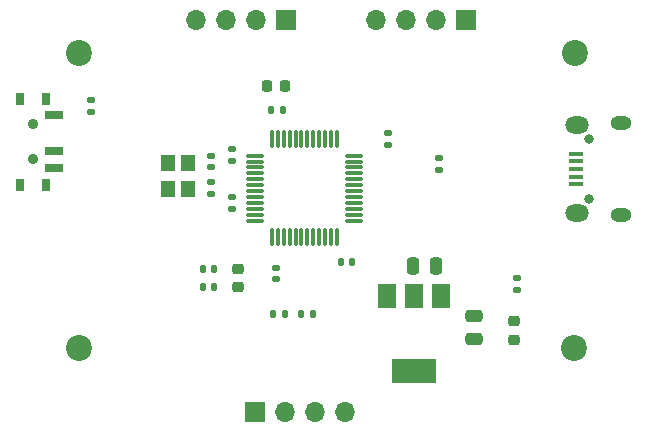
<source format=gbr>
%TF.GenerationSoftware,KiCad,Pcbnew,7.0.10*%
%TF.CreationDate,2024-01-08T00:56:05+00:00*%
%TF.ProjectId,green_storm,67726565-6e5f-4737-946f-726d2e6b6963,0.1*%
%TF.SameCoordinates,Original*%
%TF.FileFunction,Soldermask,Top*%
%TF.FilePolarity,Negative*%
%FSLAX46Y46*%
G04 Gerber Fmt 4.6, Leading zero omitted, Abs format (unit mm)*
G04 Created by KiCad (PCBNEW 7.0.10) date 2024-01-08 00:56:05*
%MOMM*%
%LPD*%
G01*
G04 APERTURE LIST*
G04 Aperture macros list*
%AMRoundRect*
0 Rectangle with rounded corners*
0 $1 Rounding radius*
0 $2 $3 $4 $5 $6 $7 $8 $9 X,Y pos of 4 corners*
0 Add a 4 corners polygon primitive as box body*
4,1,4,$2,$3,$4,$5,$6,$7,$8,$9,$2,$3,0*
0 Add four circle primitives for the rounded corners*
1,1,$1+$1,$2,$3*
1,1,$1+$1,$4,$5*
1,1,$1+$1,$6,$7*
1,1,$1+$1,$8,$9*
0 Add four rect primitives between the rounded corners*
20,1,$1+$1,$2,$3,$4,$5,0*
20,1,$1+$1,$4,$5,$6,$7,0*
20,1,$1+$1,$6,$7,$8,$9,0*
20,1,$1+$1,$8,$9,$2,$3,0*%
G04 Aperture macros list end*
%ADD10R,1.700000X1.700000*%
%ADD11O,1.700000X1.700000*%
%ADD12RoundRect,0.140000X-0.170000X0.140000X-0.170000X-0.140000X0.170000X-0.140000X0.170000X0.140000X0*%
%ADD13RoundRect,0.140000X0.170000X-0.140000X0.170000X0.140000X-0.170000X0.140000X-0.170000X-0.140000X0*%
%ADD14RoundRect,0.218750X-0.256250X0.218750X-0.256250X-0.218750X0.256250X-0.218750X0.256250X0.218750X0*%
%ADD15RoundRect,0.250000X0.475000X-0.250000X0.475000X0.250000X-0.475000X0.250000X-0.475000X-0.250000X0*%
%ADD16RoundRect,0.135000X-0.185000X0.135000X-0.185000X-0.135000X0.185000X-0.135000X0.185000X0.135000X0*%
%ADD17RoundRect,0.140000X0.140000X0.170000X-0.140000X0.170000X-0.140000X-0.170000X0.140000X-0.170000X0*%
%ADD18RoundRect,0.135000X0.185000X-0.135000X0.185000X0.135000X-0.185000X0.135000X-0.185000X-0.135000X0*%
%ADD19RoundRect,0.225000X-0.225000X-0.250000X0.225000X-0.250000X0.225000X0.250000X-0.225000X0.250000X0*%
%ADD20C,2.200000*%
%ADD21RoundRect,0.135000X-0.135000X-0.185000X0.135000X-0.185000X0.135000X0.185000X-0.135000X0.185000X0*%
%ADD22RoundRect,0.250000X-0.250000X-0.475000X0.250000X-0.475000X0.250000X0.475000X-0.250000X0.475000X0*%
%ADD23O,0.800000X0.800000*%
%ADD24R,1.300000X0.450000*%
%ADD25O,1.800000X1.150000*%
%ADD26O,2.000000X1.450000*%
%ADD27RoundRect,0.135000X0.135000X0.185000X-0.135000X0.185000X-0.135000X-0.185000X0.135000X-0.185000X0*%
%ADD28RoundRect,0.075000X-0.662500X-0.075000X0.662500X-0.075000X0.662500X0.075000X-0.662500X0.075000X0*%
%ADD29RoundRect,0.075000X-0.075000X-0.662500X0.075000X-0.662500X0.075000X0.662500X-0.075000X0.662500X0*%
%ADD30RoundRect,0.140000X-0.140000X-0.170000X0.140000X-0.170000X0.140000X0.170000X-0.140000X0.170000X0*%
%ADD31R,1.500000X2.000000*%
%ADD32R,3.800000X2.000000*%
%ADD33R,0.800000X1.000000*%
%ADD34C,0.900000*%
%ADD35R,1.500000X0.700000*%
%ADD36R,1.200000X1.400000*%
G04 APERTURE END LIST*
D10*
%TO.C,J4*%
X62865000Y-110363000D03*
D11*
X65405000Y-110363000D03*
X67945000Y-110363000D03*
X70485000Y-110363000D03*
%TD*%
D12*
%TO.C,C11*%
X64643000Y-98199000D03*
X64643000Y-99159000D03*
%TD*%
D13*
%TO.C,C12*%
X59182000Y-89662000D03*
X59182000Y-88702000D03*
%TD*%
D14*
%TO.C,D1*%
X84836000Y-102692000D03*
X84836000Y-104267000D03*
%TD*%
D15*
%TO.C,C2*%
X81407000Y-104201000D03*
X81407000Y-102301000D03*
%TD*%
D16*
%TO.C,R3*%
X78486000Y-88898000D03*
X78486000Y-89918000D03*
%TD*%
D17*
%TO.C,C5*%
X71092000Y-97663000D03*
X70132000Y-97663000D03*
%TD*%
D18*
%TO.C,R2*%
X49022000Y-84965000D03*
X49022000Y-83945000D03*
%TD*%
D19*
%TO.C,C3*%
X63868000Y-82804000D03*
X65418000Y-82804000D03*
%TD*%
D10*
%TO.C,J3*%
X65522000Y-77216000D03*
D11*
X62982000Y-77216000D03*
X60442000Y-77216000D03*
X57902000Y-77216000D03*
%TD*%
D20*
%TO.C,H2*%
X89916000Y-105000000D03*
%TD*%
D21*
%TO.C,R5*%
X66800000Y-102108000D03*
X67820000Y-102108000D03*
%TD*%
D17*
%TO.C,C10*%
X59436000Y-99822000D03*
X58476000Y-99822000D03*
%TD*%
D20*
%TO.C,H4*%
X48000000Y-80000000D03*
%TD*%
D17*
%TO.C,C9*%
X59436000Y-98298000D03*
X58476000Y-98298000D03*
%TD*%
D22*
%TO.C,C1*%
X76266000Y-98044000D03*
X78166000Y-98044000D03*
%TD*%
D12*
%TO.C,C6*%
X74168000Y-86797000D03*
X74168000Y-87757000D03*
%TD*%
D20*
%TO.C,H1*%
X48000000Y-105000000D03*
%TD*%
D23*
%TO.C,J1*%
X91143000Y-92319000D03*
X91143000Y-87319000D03*
D24*
X90043000Y-91119000D03*
X90043000Y-90469000D03*
X90043000Y-89819000D03*
X90043000Y-89169000D03*
X90043000Y-88519000D03*
D25*
X93893000Y-93694000D03*
D26*
X90093000Y-93544000D03*
X90093000Y-86094000D03*
D25*
X93893000Y-85944000D03*
%TD*%
D10*
%TO.C,J2*%
X80772000Y-77216000D03*
D11*
X78232000Y-77216000D03*
X75692000Y-77216000D03*
X73152000Y-77216000D03*
%TD*%
D27*
%TO.C,R4*%
X65407000Y-102108000D03*
X64387000Y-102108000D03*
%TD*%
D20*
%TO.C,H3*%
X90000000Y-80000000D03*
%TD*%
D28*
%TO.C,U2*%
X62893500Y-88690000D03*
X62893500Y-89190000D03*
X62893500Y-89690000D03*
X62893500Y-90190000D03*
X62893500Y-90690000D03*
X62893500Y-91190000D03*
X62893500Y-91690000D03*
X62893500Y-92190000D03*
X62893500Y-92690000D03*
X62893500Y-93190000D03*
X62893500Y-93690000D03*
X62893500Y-94190000D03*
D29*
X64306000Y-95602500D03*
X64806000Y-95602500D03*
X65306000Y-95602500D03*
X65806000Y-95602500D03*
X66306000Y-95602500D03*
X66806000Y-95602500D03*
X67306000Y-95602500D03*
X67806000Y-95602500D03*
X68306000Y-95602500D03*
X68806000Y-95602500D03*
X69306000Y-95602500D03*
X69806000Y-95602500D03*
D28*
X71218500Y-94190000D03*
X71218500Y-93690000D03*
X71218500Y-93190000D03*
X71218500Y-92690000D03*
X71218500Y-92190000D03*
X71218500Y-91690000D03*
X71218500Y-91190000D03*
X71218500Y-90690000D03*
X71218500Y-90190000D03*
X71218500Y-89690000D03*
X71218500Y-89190000D03*
X71218500Y-88690000D03*
D29*
X69806000Y-87277500D03*
X69306000Y-87277500D03*
X68806000Y-87277500D03*
X68306000Y-87277500D03*
X67806000Y-87277500D03*
X67306000Y-87277500D03*
X66806000Y-87277500D03*
X66306000Y-87277500D03*
X65806000Y-87277500D03*
X65306000Y-87277500D03*
X64806000Y-87277500D03*
X64306000Y-87277500D03*
%TD*%
D13*
%TO.C,C13*%
X59182000Y-91892000D03*
X59182000Y-90932000D03*
%TD*%
D30*
%TO.C,C7*%
X64262000Y-84836000D03*
X65222000Y-84836000D03*
%TD*%
D31*
%TO.C,U1*%
X78627000Y-100609000D03*
X76327000Y-100609000D03*
D32*
X76327000Y-106909000D03*
D31*
X74027000Y-100609000D03*
%TD*%
D14*
%TO.C,FB1*%
X61468000Y-98272500D03*
X61468000Y-99847500D03*
%TD*%
D13*
%TO.C,C8*%
X60960000Y-93162000D03*
X60960000Y-92202000D03*
%TD*%
D33*
%TO.C,SW1*%
X45197000Y-83853000D03*
X42987000Y-83853000D03*
D34*
X44087000Y-86003000D03*
X44087000Y-89003000D03*
D33*
X45197000Y-91153000D03*
X42987000Y-91153000D03*
D35*
X45847000Y-85253000D03*
X45847000Y-88253000D03*
X45847000Y-89753000D03*
%TD*%
D36*
%TO.C,Y1*%
X55538000Y-89324000D03*
X55538000Y-91524000D03*
X57238000Y-91524000D03*
X57238000Y-89324000D03*
%TD*%
D18*
%TO.C,R1*%
X85090000Y-100078000D03*
X85090000Y-99058000D03*
%TD*%
D13*
%TO.C,C4*%
X60960000Y-89126000D03*
X60960000Y-88166000D03*
%TD*%
M02*

</source>
